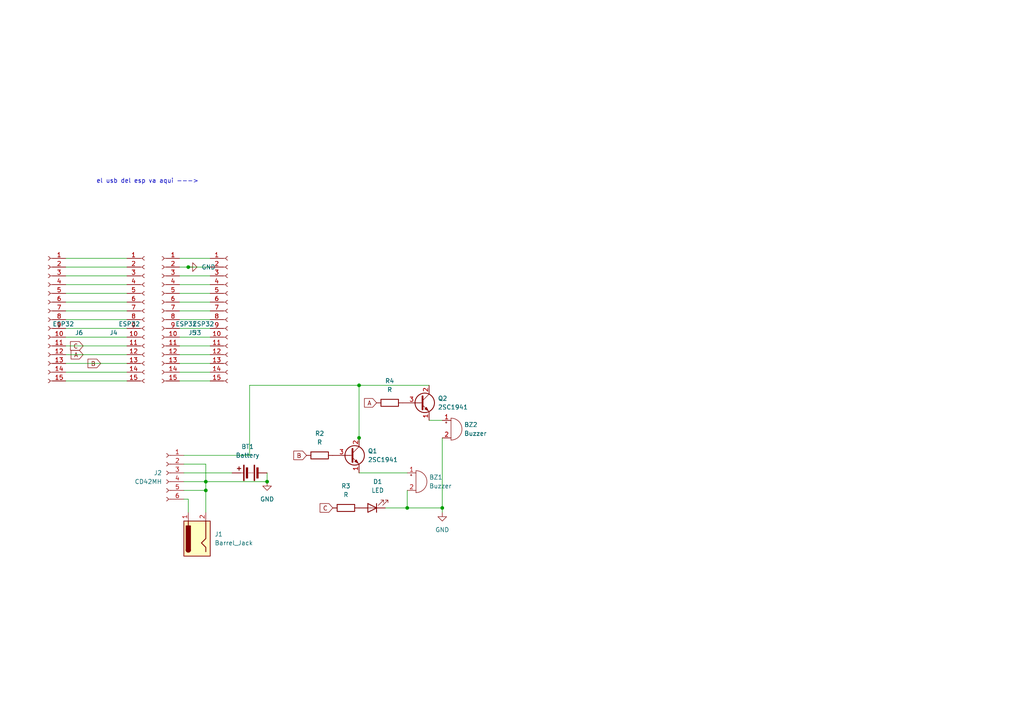
<source format=kicad_sch>
(kicad_sch (version 20230121) (generator eeschema)

  (uuid 167d671e-3488-4202-8acb-7fcc2407a7f8)

  (paper "A4")

  (lib_symbols
    (symbol "Connector:Barrel_Jack" (pin_names (offset 1.016)) (in_bom yes) (on_board yes)
      (property "Reference" "J" (at 0 5.334 0)
        (effects (font (size 1.27 1.27)))
      )
      (property "Value" "Barrel_Jack" (at 0 -5.08 0)
        (effects (font (size 1.27 1.27)))
      )
      (property "Footprint" "" (at 1.27 -1.016 0)
        (effects (font (size 1.27 1.27)) hide)
      )
      (property "Datasheet" "~" (at 1.27 -1.016 0)
        (effects (font (size 1.27 1.27)) hide)
      )
      (property "ki_keywords" "DC power barrel jack connector" (at 0 0 0)
        (effects (font (size 1.27 1.27)) hide)
      )
      (property "ki_description" "DC Barrel Jack" (at 0 0 0)
        (effects (font (size 1.27 1.27)) hide)
      )
      (property "ki_fp_filters" "BarrelJack*" (at 0 0 0)
        (effects (font (size 1.27 1.27)) hide)
      )
      (symbol "Barrel_Jack_0_1"
        (rectangle (start -5.08 3.81) (end 5.08 -3.81)
          (stroke (width 0.254) (type default))
          (fill (type background))
        )
        (arc (start -3.302 3.175) (mid -3.9343 2.54) (end -3.302 1.905)
          (stroke (width 0.254) (type default))
          (fill (type none))
        )
        (arc (start -3.302 3.175) (mid -3.9343 2.54) (end -3.302 1.905)
          (stroke (width 0.254) (type default))
          (fill (type outline))
        )
        (polyline
          (pts
            (xy 5.08 2.54)
            (xy 3.81 2.54)
          )
          (stroke (width 0.254) (type default))
          (fill (type none))
        )
        (polyline
          (pts
            (xy -3.81 -2.54)
            (xy -2.54 -2.54)
            (xy -1.27 -1.27)
            (xy 0 -2.54)
            (xy 2.54 -2.54)
            (xy 5.08 -2.54)
          )
          (stroke (width 0.254) (type default))
          (fill (type none))
        )
        (rectangle (start 3.683 3.175) (end -3.302 1.905)
          (stroke (width 0.254) (type default))
          (fill (type outline))
        )
      )
      (symbol "Barrel_Jack_1_1"
        (pin passive line (at 7.62 2.54 180) (length 2.54)
          (name "~" (effects (font (size 1.27 1.27))))
          (number "1" (effects (font (size 1.27 1.27))))
        )
        (pin passive line (at 7.62 -2.54 180) (length 2.54)
          (name "~" (effects (font (size 1.27 1.27))))
          (number "2" (effects (font (size 1.27 1.27))))
        )
      )
    )
    (symbol "Connector:Conn_01x06_Socket" (pin_names (offset 1.016) hide) (in_bom yes) (on_board yes)
      (property "Reference" "J" (at 0 7.62 0)
        (effects (font (size 1.27 1.27)))
      )
      (property "Value" "Conn_01x06_Socket" (at 0 -10.16 0)
        (effects (font (size 1.27 1.27)))
      )
      (property "Footprint" "" (at 0 0 0)
        (effects (font (size 1.27 1.27)) hide)
      )
      (property "Datasheet" "~" (at 0 0 0)
        (effects (font (size 1.27 1.27)) hide)
      )
      (property "ki_locked" "" (at 0 0 0)
        (effects (font (size 1.27 1.27)))
      )
      (property "ki_keywords" "connector" (at 0 0 0)
        (effects (font (size 1.27 1.27)) hide)
      )
      (property "ki_description" "Generic connector, single row, 01x06, script generated" (at 0 0 0)
        (effects (font (size 1.27 1.27)) hide)
      )
      (property "ki_fp_filters" "Connector*:*_1x??_*" (at 0 0 0)
        (effects (font (size 1.27 1.27)) hide)
      )
      (symbol "Conn_01x06_Socket_1_1"
        (arc (start 0 -7.112) (mid -0.5058 -7.62) (end 0 -8.128)
          (stroke (width 0.1524) (type default))
          (fill (type none))
        )
        (arc (start 0 -4.572) (mid -0.5058 -5.08) (end 0 -5.588)
          (stroke (width 0.1524) (type default))
          (fill (type none))
        )
        (arc (start 0 -2.032) (mid -0.5058 -2.54) (end 0 -3.048)
          (stroke (width 0.1524) (type default))
          (fill (type none))
        )
        (polyline
          (pts
            (xy -1.27 -7.62)
            (xy -0.508 -7.62)
          )
          (stroke (width 0.1524) (type default))
          (fill (type none))
        )
        (polyline
          (pts
            (xy -1.27 -5.08)
            (xy -0.508 -5.08)
          )
          (stroke (width 0.1524) (type default))
          (fill (type none))
        )
        (polyline
          (pts
            (xy -1.27 -2.54)
            (xy -0.508 -2.54)
          )
          (stroke (width 0.1524) (type default))
          (fill (type none))
        )
        (polyline
          (pts
            (xy -1.27 0)
            (xy -0.508 0)
          )
          (stroke (width 0.1524) (type default))
          (fill (type none))
        )
        (polyline
          (pts
            (xy -1.27 2.54)
            (xy -0.508 2.54)
          )
          (stroke (width 0.1524) (type default))
          (fill (type none))
        )
        (polyline
          (pts
            (xy -1.27 5.08)
            (xy -0.508 5.08)
          )
          (stroke (width 0.1524) (type default))
          (fill (type none))
        )
        (arc (start 0 0.508) (mid -0.5058 0) (end 0 -0.508)
          (stroke (width 0.1524) (type default))
          (fill (type none))
        )
        (arc (start 0 3.048) (mid -0.5058 2.54) (end 0 2.032)
          (stroke (width 0.1524) (type default))
          (fill (type none))
        )
        (arc (start 0 5.588) (mid -0.5058 5.08) (end 0 4.572)
          (stroke (width 0.1524) (type default))
          (fill (type none))
        )
        (pin passive line (at -5.08 5.08 0) (length 3.81)
          (name "Pin_1" (effects (font (size 1.27 1.27))))
          (number "1" (effects (font (size 1.27 1.27))))
        )
        (pin passive line (at -5.08 2.54 0) (length 3.81)
          (name "Pin_2" (effects (font (size 1.27 1.27))))
          (number "2" (effects (font (size 1.27 1.27))))
        )
        (pin passive line (at -5.08 0 0) (length 3.81)
          (name "Pin_3" (effects (font (size 1.27 1.27))))
          (number "3" (effects (font (size 1.27 1.27))))
        )
        (pin passive line (at -5.08 -2.54 0) (length 3.81)
          (name "Pin_4" (effects (font (size 1.27 1.27))))
          (number "4" (effects (font (size 1.27 1.27))))
        )
        (pin passive line (at -5.08 -5.08 0) (length 3.81)
          (name "Pin_5" (effects (font (size 1.27 1.27))))
          (number "5" (effects (font (size 1.27 1.27))))
        )
        (pin passive line (at -5.08 -7.62 0) (length 3.81)
          (name "Pin_6" (effects (font (size 1.27 1.27))))
          (number "6" (effects (font (size 1.27 1.27))))
        )
      )
    )
    (symbol "Connector:Conn_01x15_Socket" (pin_names (offset 1.016) hide) (in_bom yes) (on_board yes)
      (property "Reference" "J" (at 0 20.32 0)
        (effects (font (size 1.27 1.27)))
      )
      (property "Value" "Conn_01x15_Socket" (at 0 -20.32 0)
        (effects (font (size 1.27 1.27)))
      )
      (property "Footprint" "" (at 0 0 0)
        (effects (font (size 1.27 1.27)) hide)
      )
      (property "Datasheet" "~" (at 0 0 0)
        (effects (font (size 1.27 1.27)) hide)
      )
      (property "ki_locked" "" (at 0 0 0)
        (effects (font (size 1.27 1.27)))
      )
      (property "ki_keywords" "connector" (at 0 0 0)
        (effects (font (size 1.27 1.27)) hide)
      )
      (property "ki_description" "Generic connector, single row, 01x15, script generated" (at 0 0 0)
        (effects (font (size 1.27 1.27)) hide)
      )
      (property "ki_fp_filters" "Connector*:*_1x??_*" (at 0 0 0)
        (effects (font (size 1.27 1.27)) hide)
      )
      (symbol "Conn_01x15_Socket_1_1"
        (arc (start 0 -17.272) (mid -0.5058 -17.78) (end 0 -18.288)
          (stroke (width 0.1524) (type default))
          (fill (type none))
        )
        (arc (start 0 -14.732) (mid -0.5058 -15.24) (end 0 -15.748)
          (stroke (width 0.1524) (type default))
          (fill (type none))
        )
        (arc (start 0 -12.192) (mid -0.5058 -12.7) (end 0 -13.208)
          (stroke (width 0.1524) (type default))
          (fill (type none))
        )
        (arc (start 0 -9.652) (mid -0.5058 -10.16) (end 0 -10.668)
          (stroke (width 0.1524) (type default))
          (fill (type none))
        )
        (arc (start 0 -7.112) (mid -0.5058 -7.62) (end 0 -8.128)
          (stroke (width 0.1524) (type default))
          (fill (type none))
        )
        (arc (start 0 -4.572) (mid -0.5058 -5.08) (end 0 -5.588)
          (stroke (width 0.1524) (type default))
          (fill (type none))
        )
        (arc (start 0 -2.032) (mid -0.5058 -2.54) (end 0 -3.048)
          (stroke (width 0.1524) (type default))
          (fill (type none))
        )
        (polyline
          (pts
            (xy -1.27 -17.78)
            (xy -0.508 -17.78)
          )
          (stroke (width 0.1524) (type default))
          (fill (type none))
        )
        (polyline
          (pts
            (xy -1.27 -15.24)
            (xy -0.508 -15.24)
          )
          (stroke (width 0.1524) (type default))
          (fill (type none))
        )
        (polyline
          (pts
            (xy -1.27 -12.7)
            (xy -0.508 -12.7)
          )
          (stroke (width 0.1524) (type default))
          (fill (type none))
        )
        (polyline
          (pts
            (xy -1.27 -10.16)
            (xy -0.508 -10.16)
          )
          (stroke (width 0.1524) (type default))
          (fill (type none))
        )
        (polyline
          (pts
            (xy -1.27 -7.62)
            (xy -0.508 -7.62)
          )
          (stroke (width 0.1524) (type default))
          (fill (type none))
        )
        (polyline
          (pts
            (xy -1.27 -5.08)
            (xy -0.508 -5.08)
          )
          (stroke (width 0.1524) (type default))
          (fill (type none))
        )
        (polyline
          (pts
            (xy -1.27 -2.54)
            (xy -0.508 -2.54)
          )
          (stroke (width 0.1524) (type default))
          (fill (type none))
        )
        (polyline
          (pts
            (xy -1.27 0)
            (xy -0.508 0)
          )
          (stroke (width 0.1524) (type default))
          (fill (type none))
        )
        (polyline
          (pts
            (xy -1.27 2.54)
            (xy -0.508 2.54)
          )
          (stroke (width 0.1524) (type default))
          (fill (type none))
        )
        (polyline
          (pts
            (xy -1.27 5.08)
            (xy -0.508 5.08)
          )
          (stroke (width 0.1524) (type default))
          (fill (type none))
        )
        (polyline
          (pts
            (xy -1.27 7.62)
            (xy -0.508 7.62)
          )
          (stroke (width 0.1524) (type default))
          (fill (type none))
        )
        (polyline
          (pts
            (xy -1.27 10.16)
            (xy -0.508 10.16)
          )
          (stroke (width 0.1524) (type default))
          (fill (type none))
        )
        (polyline
          (pts
            (xy -1.27 12.7)
            (xy -0.508 12.7)
          )
          (stroke (width 0.1524) (type default))
          (fill (type none))
        )
        (polyline
          (pts
            (xy -1.27 15.24)
            (xy -0.508 15.24)
          )
          (stroke (width 0.1524) (type default))
          (fill (type none))
        )
        (polyline
          (pts
            (xy -1.27 17.78)
            (xy -0.508 17.78)
          )
          (stroke (width 0.1524) (type default))
          (fill (type none))
        )
        (arc (start 0 0.508) (mid -0.5058 0) (end 0 -0.508)
          (stroke (width 0.1524) (type default))
          (fill (type none))
        )
        (arc (start 0 3.048) (mid -0.5058 2.54) (end 0 2.032)
          (stroke (width 0.1524) (type default))
          (fill (type none))
        )
        (arc (start 0 5.588) (mid -0.5058 5.08) (end 0 4.572)
          (stroke (width 0.1524) (type default))
          (fill (type none))
        )
        (arc (start 0 8.128) (mid -0.5058 7.62) (end 0 7.112)
          (stroke (width 0.1524) (type default))
          (fill (type none))
        )
        (arc (start 0 10.668) (mid -0.5058 10.16) (end 0 9.652)
          (stroke (width 0.1524) (type default))
          (fill (type none))
        )
        (arc (start 0 13.208) (mid -0.5058 12.7) (end 0 12.192)
          (stroke (width 0.1524) (type default))
          (fill (type none))
        )
        (arc (start 0 15.748) (mid -0.5058 15.24) (end 0 14.732)
          (stroke (width 0.1524) (type default))
          (fill (type none))
        )
        (arc (start 0 18.288) (mid -0.5058 17.78) (end 0 17.272)
          (stroke (width 0.1524) (type default))
          (fill (type none))
        )
        (pin passive line (at -5.08 17.78 0) (length 3.81)
          (name "Pin_1" (effects (font (size 1.27 1.27))))
          (number "1" (effects (font (size 1.27 1.27))))
        )
        (pin passive line (at -5.08 -5.08 0) (length 3.81)
          (name "Pin_10" (effects (font (size 1.27 1.27))))
          (number "10" (effects (font (size 1.27 1.27))))
        )
        (pin passive line (at -5.08 -7.62 0) (length 3.81)
          (name "Pin_11" (effects (font (size 1.27 1.27))))
          (number "11" (effects (font (size 1.27 1.27))))
        )
        (pin passive line (at -5.08 -10.16 0) (length 3.81)
          (name "Pin_12" (effects (font (size 1.27 1.27))))
          (number "12" (effects (font (size 1.27 1.27))))
        )
        (pin passive line (at -5.08 -12.7 0) (length 3.81)
          (name "Pin_13" (effects (font (size 1.27 1.27))))
          (number "13" (effects (font (size 1.27 1.27))))
        )
        (pin passive line (at -5.08 -15.24 0) (length 3.81)
          (name "Pin_14" (effects (font (size 1.27 1.27))))
          (number "14" (effects (font (size 1.27 1.27))))
        )
        (pin passive line (at -5.08 -17.78 0) (length 3.81)
          (name "Pin_15" (effects (font (size 1.27 1.27))))
          (number "15" (effects (font (size 1.27 1.27))))
        )
        (pin passive line (at -5.08 15.24 0) (length 3.81)
          (name "Pin_2" (effects (font (size 1.27 1.27))))
          (number "2" (effects (font (size 1.27 1.27))))
        )
        (pin passive line (at -5.08 12.7 0) (length 3.81)
          (name "Pin_3" (effects (font (size 1.27 1.27))))
          (number "3" (effects (font (size 1.27 1.27))))
        )
        (pin passive line (at -5.08 10.16 0) (length 3.81)
          (name "Pin_4" (effects (font (size 1.27 1.27))))
          (number "4" (effects (font (size 1.27 1.27))))
        )
        (pin passive line (at -5.08 7.62 0) (length 3.81)
          (name "Pin_5" (effects (font (size 1.27 1.27))))
          (number "5" (effects (font (size 1.27 1.27))))
        )
        (pin passive line (at -5.08 5.08 0) (length 3.81)
          (name "Pin_6" (effects (font (size 1.27 1.27))))
          (number "6" (effects (font (size 1.27 1.27))))
        )
        (pin passive line (at -5.08 2.54 0) (length 3.81)
          (name "Pin_7" (effects (font (size 1.27 1.27))))
          (number "7" (effects (font (size 1.27 1.27))))
        )
        (pin passive line (at -5.08 0 0) (length 3.81)
          (name "Pin_8" (effects (font (size 1.27 1.27))))
          (number "8" (effects (font (size 1.27 1.27))))
        )
        (pin passive line (at -5.08 -2.54 0) (length 3.81)
          (name "Pin_9" (effects (font (size 1.27 1.27))))
          (number "9" (effects (font (size 1.27 1.27))))
        )
      )
    )
    (symbol "Device:Battery" (pin_numbers hide) (pin_names (offset 0) hide) (in_bom yes) (on_board yes)
      (property "Reference" "BT" (at 2.54 2.54 0)
        (effects (font (size 1.27 1.27)) (justify left))
      )
      (property "Value" "Battery" (at 2.54 0 0)
        (effects (font (size 1.27 1.27)) (justify left))
      )
      (property "Footprint" "" (at 0 1.524 90)
        (effects (font (size 1.27 1.27)) hide)
      )
      (property "Datasheet" "~" (at 0 1.524 90)
        (effects (font (size 1.27 1.27)) hide)
      )
      (property "ki_keywords" "batt voltage-source cell" (at 0 0 0)
        (effects (font (size 1.27 1.27)) hide)
      )
      (property "ki_description" "Multiple-cell battery" (at 0 0 0)
        (effects (font (size 1.27 1.27)) hide)
      )
      (symbol "Battery_0_1"
        (rectangle (start -2.286 -1.27) (end 2.286 -1.524)
          (stroke (width 0) (type default))
          (fill (type outline))
        )
        (rectangle (start -2.286 1.778) (end 2.286 1.524)
          (stroke (width 0) (type default))
          (fill (type outline))
        )
        (rectangle (start -1.524 -2.032) (end 1.524 -2.54)
          (stroke (width 0) (type default))
          (fill (type outline))
        )
        (rectangle (start -1.524 1.016) (end 1.524 0.508)
          (stroke (width 0) (type default))
          (fill (type outline))
        )
        (polyline
          (pts
            (xy 0 -1.016)
            (xy 0 -0.762)
          )
          (stroke (width 0) (type default))
          (fill (type none))
        )
        (polyline
          (pts
            (xy 0 -0.508)
            (xy 0 -0.254)
          )
          (stroke (width 0) (type default))
          (fill (type none))
        )
        (polyline
          (pts
            (xy 0 0)
            (xy 0 0.254)
          )
          (stroke (width 0) (type default))
          (fill (type none))
        )
        (polyline
          (pts
            (xy 0 1.778)
            (xy 0 2.54)
          )
          (stroke (width 0) (type default))
          (fill (type none))
        )
        (polyline
          (pts
            (xy 0.762 3.048)
            (xy 1.778 3.048)
          )
          (stroke (width 0.254) (type default))
          (fill (type none))
        )
        (polyline
          (pts
            (xy 1.27 3.556)
            (xy 1.27 2.54)
          )
          (stroke (width 0.254) (type default))
          (fill (type none))
        )
      )
      (symbol "Battery_1_1"
        (pin passive line (at 0 5.08 270) (length 2.54)
          (name "+" (effects (font (size 1.27 1.27))))
          (number "1" (effects (font (size 1.27 1.27))))
        )
        (pin passive line (at 0 -5.08 90) (length 2.54)
          (name "-" (effects (font (size 1.27 1.27))))
          (number "2" (effects (font (size 1.27 1.27))))
        )
      )
    )
    (symbol "Device:Buzzer" (pin_names (offset 0.0254) hide) (in_bom yes) (on_board yes)
      (property "Reference" "BZ" (at 3.81 1.27 0)
        (effects (font (size 1.27 1.27)) (justify left))
      )
      (property "Value" "Buzzer" (at 3.81 -1.27 0)
        (effects (font (size 1.27 1.27)) (justify left))
      )
      (property "Footprint" "" (at -0.635 2.54 90)
        (effects (font (size 1.27 1.27)) hide)
      )
      (property "Datasheet" "~" (at -0.635 2.54 90)
        (effects (font (size 1.27 1.27)) hide)
      )
      (property "ki_keywords" "quartz resonator ceramic" (at 0 0 0)
        (effects (font (size 1.27 1.27)) hide)
      )
      (property "ki_description" "Buzzer, polarized" (at 0 0 0)
        (effects (font (size 1.27 1.27)) hide)
      )
      (property "ki_fp_filters" "*Buzzer*" (at 0 0 0)
        (effects (font (size 1.27 1.27)) hide)
      )
      (symbol "Buzzer_0_1"
        (arc (start 0 -3.175) (mid 3.1612 0) (end 0 3.175)
          (stroke (width 0) (type default))
          (fill (type none))
        )
        (polyline
          (pts
            (xy -1.651 1.905)
            (xy -1.143 1.905)
          )
          (stroke (width 0) (type default))
          (fill (type none))
        )
        (polyline
          (pts
            (xy -1.397 2.159)
            (xy -1.397 1.651)
          )
          (stroke (width 0) (type default))
          (fill (type none))
        )
        (polyline
          (pts
            (xy 0 3.175)
            (xy 0 -3.175)
          )
          (stroke (width 0) (type default))
          (fill (type none))
        )
      )
      (symbol "Buzzer_1_1"
        (pin passive line (at -2.54 2.54 0) (length 2.54)
          (name "-" (effects (font (size 1.27 1.27))))
          (number "1" (effects (font (size 1.27 1.27))))
        )
        (pin passive line (at -2.54 -2.54 0) (length 2.54)
          (name "+" (effects (font (size 1.27 1.27))))
          (number "2" (effects (font (size 1.27 1.27))))
        )
      )
    )
    (symbol "Device:LED" (pin_numbers hide) (pin_names (offset 1.016) hide) (in_bom yes) (on_board yes)
      (property "Reference" "D" (at 0 2.54 0)
        (effects (font (size 1.27 1.27)))
      )
      (property "Value" "LED" (at 0 -2.54 0)
        (effects (font (size 1.27 1.27)))
      )
      (property "Footprint" "" (at 0 0 0)
        (effects (font (size 1.27 1.27)) hide)
      )
      (property "Datasheet" "~" (at 0 0 0)
        (effects (font (size 1.27 1.27)) hide)
      )
      (property "ki_keywords" "LED diode" (at 0 0 0)
        (effects (font (size 1.27 1.27)) hide)
      )
      (property "ki_description" "Light emitting diode" (at 0 0 0)
        (effects (font (size 1.27 1.27)) hide)
      )
      (property "ki_fp_filters" "LED* LED_SMD:* LED_THT:*" (at 0 0 0)
        (effects (font (size 1.27 1.27)) hide)
      )
      (symbol "LED_0_1"
        (polyline
          (pts
            (xy -1.27 -1.27)
            (xy -1.27 1.27)
          )
          (stroke (width 0.254) (type default))
          (fill (type none))
        )
        (polyline
          (pts
            (xy -1.27 0)
            (xy 1.27 0)
          )
          (stroke (width 0) (type default))
          (fill (type none))
        )
        (polyline
          (pts
            (xy 1.27 -1.27)
            (xy 1.27 1.27)
            (xy -1.27 0)
            (xy 1.27 -1.27)
          )
          (stroke (width 0.254) (type default))
          (fill (type none))
        )
        (polyline
          (pts
            (xy -3.048 -0.762)
            (xy -4.572 -2.286)
            (xy -3.81 -2.286)
            (xy -4.572 -2.286)
            (xy -4.572 -1.524)
          )
          (stroke (width 0) (type default))
          (fill (type none))
        )
        (polyline
          (pts
            (xy -1.778 -0.762)
            (xy -3.302 -2.286)
            (xy -2.54 -2.286)
            (xy -3.302 -2.286)
            (xy -3.302 -1.524)
          )
          (stroke (width 0) (type default))
          (fill (type none))
        )
      )
      (symbol "LED_1_1"
        (pin passive line (at -3.81 0 0) (length 2.54)
          (name "K" (effects (font (size 1.27 1.27))))
          (number "1" (effects (font (size 1.27 1.27))))
        )
        (pin passive line (at 3.81 0 180) (length 2.54)
          (name "A" (effects (font (size 1.27 1.27))))
          (number "2" (effects (font (size 1.27 1.27))))
        )
      )
    )
    (symbol "Device:R" (pin_numbers hide) (pin_names (offset 0)) (in_bom yes) (on_board yes)
      (property "Reference" "R" (at 2.032 0 90)
        (effects (font (size 1.27 1.27)))
      )
      (property "Value" "R" (at 0 0 90)
        (effects (font (size 1.27 1.27)))
      )
      (property "Footprint" "" (at -1.778 0 90)
        (effects (font (size 1.27 1.27)) hide)
      )
      (property "Datasheet" "~" (at 0 0 0)
        (effects (font (size 1.27 1.27)) hide)
      )
      (property "ki_keywords" "R res resistor" (at 0 0 0)
        (effects (font (size 1.27 1.27)) hide)
      )
      (property "ki_description" "Resistor" (at 0 0 0)
        (effects (font (size 1.27 1.27)) hide)
      )
      (property "ki_fp_filters" "R_*" (at 0 0 0)
        (effects (font (size 1.27 1.27)) hide)
      )
      (symbol "R_0_1"
        (rectangle (start -1.016 -2.54) (end 1.016 2.54)
          (stroke (width 0.254) (type default))
          (fill (type none))
        )
      )
      (symbol "R_1_1"
        (pin passive line (at 0 3.81 270) (length 1.27)
          (name "~" (effects (font (size 1.27 1.27))))
          (number "1" (effects (font (size 1.27 1.27))))
        )
        (pin passive line (at 0 -3.81 90) (length 1.27)
          (name "~" (effects (font (size 1.27 1.27))))
          (number "2" (effects (font (size 1.27 1.27))))
        )
      )
    )
    (symbol "Transistor_BJT:2SC1941" (pin_names (offset 0) hide) (in_bom yes) (on_board yes)
      (property "Reference" "Q" (at 5.08 1.905 0)
        (effects (font (size 1.27 1.27)) (justify left))
      )
      (property "Value" "2SC1941" (at 5.08 0 0)
        (effects (font (size 1.27 1.27)) (justify left))
      )
      (property "Footprint" "Package_TO_SOT_THT:TO-92_Inline" (at 5.08 -1.905 0)
        (effects (font (size 1.27 1.27) italic) (justify left) hide)
      )
      (property "Datasheet" "http://rtellason.com/transdata/2sc1941.pdf" (at 0 0 0)
        (effects (font (size 1.27 1.27)) (justify left) hide)
      )
      (property "ki_keywords" "Audio High Voltage NPN Transistor" (at 0 0 0)
        (effects (font (size 1.27 1.27)) hide)
      )
      (property "ki_description" "50mA Ic, 160V Vce, Audio High Voltage NPN Transistor, TO-92" (at 0 0 0)
        (effects (font (size 1.27 1.27)) hide)
      )
      (property "ki_fp_filters" "TO?92*" (at 0 0 0)
        (effects (font (size 1.27 1.27)) hide)
      )
      (symbol "2SC1941_0_1"
        (polyline
          (pts
            (xy 0 0)
            (xy 0.635 0)
          )
          (stroke (width 0) (type default))
          (fill (type none))
        )
        (polyline
          (pts
            (xy 0.635 0.635)
            (xy 2.54 2.54)
          )
          (stroke (width 0) (type default))
          (fill (type none))
        )
        (polyline
          (pts
            (xy 0.635 -0.635)
            (xy 2.54 -2.54)
            (xy 2.54 -2.54)
          )
          (stroke (width 0) (type default))
          (fill (type none))
        )
        (polyline
          (pts
            (xy 0.635 1.905)
            (xy 0.635 -1.905)
            (xy 0.635 -1.905)
          )
          (stroke (width 0.508) (type default))
          (fill (type none))
        )
        (polyline
          (pts
            (xy 1.27 -1.778)
            (xy 1.778 -1.27)
            (xy 2.286 -2.286)
            (xy 1.27 -1.778)
            (xy 1.27 -1.778)
          )
          (stroke (width 0) (type default))
          (fill (type outline))
        )
        (circle (center 1.27 0) (radius 2.8194)
          (stroke (width 0.254) (type default))
          (fill (type none))
        )
      )
      (symbol "2SC1941_1_1"
        (pin passive line (at 2.54 -5.08 90) (length 2.54)
          (name "E" (effects (font (size 1.27 1.27))))
          (number "1" (effects (font (size 1.27 1.27))))
        )
        (pin passive line (at 2.54 5.08 270) (length 2.54)
          (name "C" (effects (font (size 1.27 1.27))))
          (number "2" (effects (font (size 1.27 1.27))))
        )
        (pin input line (at -5.08 0 0) (length 5.08)
          (name "B" (effects (font (size 1.27 1.27))))
          (number "3" (effects (font (size 1.27 1.27))))
        )
      )
    )
    (symbol "power:GND" (power) (pin_names (offset 0)) (in_bom yes) (on_board yes)
      (property "Reference" "#PWR" (at 0 -6.35 0)
        (effects (font (size 1.27 1.27)) hide)
      )
      (property "Value" "GND" (at 0 -3.81 0)
        (effects (font (size 1.27 1.27)))
      )
      (property "Footprint" "" (at 0 0 0)
        (effects (font (size 1.27 1.27)) hide)
      )
      (property "Datasheet" "" (at 0 0 0)
        (effects (font (size 1.27 1.27)) hide)
      )
      (property "ki_keywords" "global power" (at 0 0 0)
        (effects (font (size 1.27 1.27)) hide)
      )
      (property "ki_description" "Power symbol creates a global label with name \"GND\" , ground" (at 0 0 0)
        (effects (font (size 1.27 1.27)) hide)
      )
      (symbol "GND_0_1"
        (polyline
          (pts
            (xy 0 0)
            (xy 0 -1.27)
            (xy 1.27 -1.27)
            (xy 0 -2.54)
            (xy -1.27 -1.27)
            (xy 0 -1.27)
          )
          (stroke (width 0) (type default))
          (fill (type none))
        )
      )
      (symbol "GND_1_1"
        (pin power_in line (at 0 0 270) (length 0) hide
          (name "GND" (effects (font (size 1.27 1.27))))
          (number "1" (effects (font (size 1.27 1.27))))
        )
      )
    )
  )

  (junction (at 77.47 139.7) (diameter 0) (color 0 0 0 0)
    (uuid 0328d01e-1c08-4ee7-a726-cc928cd73e67)
  )
  (junction (at 128.27 147.32) (diameter 0) (color 0 0 0 0)
    (uuid 0f8ded1c-3398-4cc9-9a53-85e11d68e69f)
  )
  (junction (at 104.14 127) (diameter 0) (color 0 0 0 0)
    (uuid 29deeffa-dbd4-492f-a1ca-598854d67a3b)
  )
  (junction (at 118.11 147.32) (diameter 0) (color 0 0 0 0)
    (uuid 511d74c4-553f-42ba-9f8a-d3104ecda6d7)
  )
  (junction (at 104.14 111.76) (diameter 0) (color 0 0 0 0)
    (uuid 6f576550-8d38-41af-b1eb-ba378baa35e1)
  )
  (junction (at 59.69 139.7) (diameter 0) (color 0 0 0 0)
    (uuid bc2dc832-9484-4947-933f-4e3d4e792859)
  )
  (junction (at 59.69 142.24) (diameter 0) (color 0 0 0 0)
    (uuid e78ae0f0-4cc5-4360-9e00-51daf7f19b31)
  )
  (junction (at 54.61 77.47) (diameter 0) (color 0 0 0 0)
    (uuid ee857615-6cd7-4b6b-ba56-9fe38aec144a)
  )

  (wire (pts (xy 19.05 105.41) (xy 36.83 105.41))
    (stroke (width 0) (type default))
    (uuid 075cd2b6-4077-43f5-bd5e-65b409def0ae)
  )
  (wire (pts (xy 52.07 110.49) (xy 60.96 110.49))
    (stroke (width 0) (type default))
    (uuid 09a52fba-8beb-4249-a294-bcb0402b988a)
  )
  (wire (pts (xy 53.34 137.16) (xy 67.31 137.16))
    (stroke (width 0) (type default))
    (uuid 132ed357-ccd3-467d-a83b-c5fe7797e334)
  )
  (wire (pts (xy 54.61 148.59) (xy 54.61 144.78))
    (stroke (width 0) (type default))
    (uuid 1517d04b-e8f2-4f99-a1ea-3e6b4822094e)
  )
  (wire (pts (xy 19.05 90.17) (xy 36.83 90.17))
    (stroke (width 0) (type default))
    (uuid 168cae7f-2d4d-43ae-84e3-bc1e4ad9ec1b)
  )
  (wire (pts (xy 52.07 102.87) (xy 60.96 102.87))
    (stroke (width 0) (type default))
    (uuid 29cad905-9897-4254-95c2-09e868636997)
  )
  (wire (pts (xy 104.14 128.27) (xy 104.14 127))
    (stroke (width 0) (type default))
    (uuid 32cf3653-710d-42ae-aae0-4a6488bdb591)
  )
  (wire (pts (xy 53.34 132.08) (xy 72.39 132.08))
    (stroke (width 0) (type default))
    (uuid 341ec14a-c662-4412-b960-876444000155)
  )
  (wire (pts (xy 77.47 139.7) (xy 77.47 137.16))
    (stroke (width 0) (type default))
    (uuid 344bf00e-6271-4c6c-88f3-e0735a54cc73)
  )
  (wire (pts (xy 19.05 102.87) (xy 36.83 102.87))
    (stroke (width 0) (type default))
    (uuid 37708dcc-6718-448a-ac05-83d9119510c8)
  )
  (wire (pts (xy 52.07 74.93) (xy 60.96 74.93))
    (stroke (width 0) (type default))
    (uuid 3cf32b9e-2c65-4692-9d54-410560ff5d1b)
  )
  (wire (pts (xy 52.07 105.41) (xy 60.96 105.41))
    (stroke (width 0) (type default))
    (uuid 403e807b-0de4-4181-8127-10b9966a36b0)
  )
  (wire (pts (xy 53.34 139.7) (xy 59.69 139.7))
    (stroke (width 0) (type default))
    (uuid 43c873e6-d7b7-4255-bc55-a133f67210e0)
  )
  (wire (pts (xy 19.05 100.33) (xy 36.83 100.33))
    (stroke (width 0) (type default))
    (uuid 45805bd8-6728-4620-bb00-a6a29bb37986)
  )
  (wire (pts (xy 19.05 97.79) (xy 36.83 97.79))
    (stroke (width 0) (type default))
    (uuid 4e37280b-9902-474f-9545-3e0d830390cd)
  )
  (wire (pts (xy 59.69 134.62) (xy 59.69 139.7))
    (stroke (width 0) (type default))
    (uuid 4e92eb6d-7b4f-48e0-a41a-485f8c8e3f9a)
  )
  (wire (pts (xy 19.05 95.25) (xy 36.83 95.25))
    (stroke (width 0) (type default))
    (uuid 51dad1bb-1dad-4316-bbbb-dde1ea6200f1)
  )
  (wire (pts (xy 19.05 77.47) (xy 36.83 77.47))
    (stroke (width 0) (type default))
    (uuid 51e18654-f788-45d1-98d9-6f1905426569)
  )
  (wire (pts (xy 59.69 139.7) (xy 59.69 142.24))
    (stroke (width 0) (type default))
    (uuid 53222fde-4900-4403-9b78-9f69fd9bb71a)
  )
  (wire (pts (xy 53.34 142.24) (xy 59.69 142.24))
    (stroke (width 0) (type default))
    (uuid 5af4e87d-6aa7-46ca-95f6-2126c37a997a)
  )
  (wire (pts (xy 52.07 85.09) (xy 60.96 85.09))
    (stroke (width 0) (type default))
    (uuid 606aaeb3-16ab-4a91-a3e4-0b3fd1b9622a)
  )
  (wire (pts (xy 52.07 100.33) (xy 60.96 100.33))
    (stroke (width 0) (type default))
    (uuid 6245307b-346b-4e14-b4ec-69268e3eef1d)
  )
  (wire (pts (xy 19.05 80.01) (xy 36.83 80.01))
    (stroke (width 0) (type default))
    (uuid 6d2f8b74-4b2d-4430-a848-aa554f5280ef)
  )
  (wire (pts (xy 52.07 95.25) (xy 60.96 95.25))
    (stroke (width 0) (type default))
    (uuid 6da1784e-f6ff-4ba5-aa00-912dbc047888)
  )
  (wire (pts (xy 128.27 127) (xy 128.27 147.32))
    (stroke (width 0) (type default))
    (uuid 729ebe6b-ca7a-40dc-b3a1-72fda63b12ab)
  )
  (wire (pts (xy 19.05 85.09) (xy 36.83 85.09))
    (stroke (width 0) (type default))
    (uuid 72f29277-491e-42eb-a48e-fc4d44dab743)
  )
  (wire (pts (xy 118.11 142.24) (xy 118.11 147.32))
    (stroke (width 0) (type default))
    (uuid 74b24340-823b-452a-bcd0-8f56cca1d400)
  )
  (wire (pts (xy 72.39 111.76) (xy 72.39 132.08))
    (stroke (width 0) (type default))
    (uuid 77f6012f-d966-4531-9c55-e9e57c052b3e)
  )
  (wire (pts (xy 52.07 90.17) (xy 60.96 90.17))
    (stroke (width 0) (type default))
    (uuid 82d1a3f2-439e-4a9e-95a9-6e4acc8f387c)
  )
  (wire (pts (xy 104.14 137.16) (xy 118.11 137.16))
    (stroke (width 0) (type default))
    (uuid 84fdd4c6-e24f-470e-9b2a-b05310f9f5a3)
  )
  (wire (pts (xy 52.07 77.47) (xy 54.61 77.47))
    (stroke (width 0) (type default))
    (uuid 88147b58-b178-4113-922f-1af15cfc2213)
  )
  (wire (pts (xy 19.05 107.95) (xy 36.83 107.95))
    (stroke (width 0) (type default))
    (uuid 8933a86d-7de1-4ae6-8ea6-9c9cf0c31ef4)
  )
  (wire (pts (xy 54.61 77.47) (xy 60.96 77.47))
    (stroke (width 0) (type default))
    (uuid 8e12bd8b-66e2-47c7-a2a8-e2d4dad99d47)
  )
  (wire (pts (xy 52.07 80.01) (xy 60.96 80.01))
    (stroke (width 0) (type default))
    (uuid 936b9ce2-9a71-4732-ba82-b361a813bebf)
  )
  (wire (pts (xy 104.14 111.76) (xy 124.46 111.76))
    (stroke (width 0) (type default))
    (uuid 9fb22a93-fd09-41af-8378-4a5bd151ccea)
  )
  (wire (pts (xy 19.05 110.49) (xy 36.83 110.49))
    (stroke (width 0) (type default))
    (uuid a12208aa-a69f-43c0-89fe-89fba6357b03)
  )
  (wire (pts (xy 52.07 82.55) (xy 60.96 82.55))
    (stroke (width 0) (type default))
    (uuid adb755ad-753f-481e-a25c-0aa81c1c6bcc)
  )
  (wire (pts (xy 59.69 142.24) (xy 59.69 148.59))
    (stroke (width 0) (type default))
    (uuid af821e2f-f7a3-47fe-bc39-1e0e5ad3c317)
  )
  (wire (pts (xy 59.69 139.7) (xy 77.47 139.7))
    (stroke (width 0) (type default))
    (uuid b90399c0-e60e-404b-bbb7-c6b86eff7071)
  )
  (wire (pts (xy 72.39 111.76) (xy 104.14 111.76))
    (stroke (width 0) (type default))
    (uuid bb8cc026-aa2e-41c8-9243-4137993b9427)
  )
  (wire (pts (xy 19.05 74.93) (xy 36.83 74.93))
    (stroke (width 0) (type default))
    (uuid bbb68e0a-6a70-4712-91fb-05b9755b3860)
  )
  (wire (pts (xy 104.14 111.76) (xy 104.14 127))
    (stroke (width 0) (type default))
    (uuid bbe5e74f-5327-424b-bdd4-3acbea196c15)
  )
  (wire (pts (xy 124.46 121.92) (xy 128.27 121.92))
    (stroke (width 0) (type default))
    (uuid cac845a4-a317-48c8-944a-e44764381994)
  )
  (wire (pts (xy 19.05 87.63) (xy 36.83 87.63))
    (stroke (width 0) (type default))
    (uuid cb45e187-2b20-437a-99b3-8c897a96d2f3)
  )
  (wire (pts (xy 53.34 144.78) (xy 54.61 144.78))
    (stroke (width 0) (type default))
    (uuid cd59f8e7-cc6f-4734-8c1c-d152055ca5b9)
  )
  (wire (pts (xy 52.07 107.95) (xy 60.96 107.95))
    (stroke (width 0) (type default))
    (uuid d4309fec-a6de-431f-a031-1d4af3c9b30a)
  )
  (wire (pts (xy 111.76 147.32) (xy 118.11 147.32))
    (stroke (width 0) (type default))
    (uuid d82bf4bd-7fc2-48a6-be95-17de9b23eed9)
  )
  (wire (pts (xy 52.07 97.79) (xy 60.96 97.79))
    (stroke (width 0) (type default))
    (uuid dad69929-0371-4f40-89a0-a68169b86f16)
  )
  (wire (pts (xy 52.07 92.71) (xy 60.96 92.71))
    (stroke (width 0) (type default))
    (uuid db893c67-c76b-458c-a19f-8c9efd453d41)
  )
  (wire (pts (xy 52.07 87.63) (xy 60.96 87.63))
    (stroke (width 0) (type default))
    (uuid dc0dee3e-340e-47aa-835f-0290b48b8eb6)
  )
  (wire (pts (xy 128.27 147.32) (xy 128.27 148.59))
    (stroke (width 0) (type default))
    (uuid e1796861-46ac-4934-8e64-f17c9dd75df4)
  )
  (wire (pts (xy 19.05 92.71) (xy 36.83 92.71))
    (stroke (width 0) (type default))
    (uuid f13d7ad7-2e96-4efa-8d0c-e71f7b1c5276)
  )
  (wire (pts (xy 19.05 82.55) (xy 36.83 82.55))
    (stroke (width 0) (type default))
    (uuid f2b22870-2e50-4e6e-8283-ae93ad085695)
  )
  (wire (pts (xy 53.34 134.62) (xy 59.69 134.62))
    (stroke (width 0) (type default))
    (uuid f6f0d01b-7776-4286-b2ec-75595d227d17)
  )
  (wire (pts (xy 118.11 147.32) (xy 128.27 147.32))
    (stroke (width 0) (type default))
    (uuid ffe15c37-8b2c-466c-9477-dc738d613981)
  )

  (text "el usb del esp va aqui --->" (at 27.94 53.34 0)
    (effects (font (size 1.27 1.27)) (justify left bottom))
    (uuid 75d3880a-55de-485e-88a1-007ca725475f)
  )

  (global_label "A" (shape input) (at 24.13 102.87 180) (fields_autoplaced)
    (effects (font (size 1.27 1.27)) (justify right))
    (uuid 0ef7f0db-5aa5-4629-ad81-49108c274f41)
    (property "Intersheetrefs" "${INTERSHEET_REFS}" (at 20.0562 102.87 0)
      (effects (font (size 1.27 1.27)) (justify right) hide)
    )
  )
  (global_label "B" (shape input) (at 88.9 132.08 180) (fields_autoplaced)
    (effects (font (size 1.27 1.27)) (justify right))
    (uuid 1d7dbc90-6c80-44e6-8d0b-f91a794dcf34)
    (property "Intersheetrefs" "${INTERSHEET_REFS}" (at 84.6448 132.08 0)
      (effects (font (size 1.27 1.27)) (justify right) hide)
    )
  )
  (global_label "A" (shape input) (at 109.22 116.84 180) (fields_autoplaced)
    (effects (font (size 1.27 1.27)) (justify right))
    (uuid 84a5e9db-2aad-40fc-a7b9-962bfaf1103a)
    (property "Intersheetrefs" "${INTERSHEET_REFS}" (at 105.1462 116.84 0)
      (effects (font (size 1.27 1.27)) (justify right) hide)
    )
  )
  (global_label "C" (shape input) (at 96.52 147.32 180) (fields_autoplaced)
    (effects (font (size 1.27 1.27)) (justify right))
    (uuid 87d28e99-df30-4d46-90dd-45c36526d934)
    (property "Intersheetrefs" "${INTERSHEET_REFS}" (at 92.2648 147.32 0)
      (effects (font (size 1.27 1.27)) (justify right) hide)
    )
  )
  (global_label "C" (shape input) (at 24.13 100.33 180) (fields_autoplaced)
    (effects (font (size 1.27 1.27)) (justify right))
    (uuid a9f999e7-0eeb-4c16-8092-d72f5a5cec86)
    (property "Intersheetrefs" "${INTERSHEET_REFS}" (at 19.8748 100.33 0)
      (effects (font (size 1.27 1.27)) (justify right) hide)
    )
  )
  (global_label "B" (shape input) (at 29.21 105.41 180) (fields_autoplaced)
    (effects (font (size 1.27 1.27)) (justify right))
    (uuid e9373c4c-5df3-4061-af4a-00ce5224d6cb)
    (property "Intersheetrefs" "${INTERSHEET_REFS}" (at 24.9548 105.41 0)
      (effects (font (size 1.27 1.27)) (justify right) hide)
    )
  )

  (symbol (lib_id "Device:Battery") (at 72.39 137.16 90) (unit 1)
    (in_bom yes) (on_board yes) (dnp no) (fields_autoplaced)
    (uuid 1219726f-3433-4d06-91ec-c8d5e5d3aacf)
    (property "Reference" "BT1" (at 71.8185 129.54 90)
      (effects (font (size 1.27 1.27)))
    )
    (property "Value" "Battery" (at 71.8185 132.08 90)
      (effects (font (size 1.27 1.27)))
    )
    (property "Footprint" "Battery:BatteryHolder_MPD_BH-18650-PC2" (at 70.866 137.16 90)
      (effects (font (size 1.27 1.27)) hide)
    )
    (property "Datasheet" "~" (at 70.866 137.16 90)
      (effects (font (size 1.27 1.27)) hide)
    )
    (pin "1" (uuid a2d749b2-1679-43e4-8c60-fd7ae60a62f3))
    (pin "2" (uuid 87a26765-c091-48c3-abcd-cf6ab016e358))
    (instances
      (project "HeyListen_Pcb_Client"
        (path "/167d671e-3488-4202-8acb-7fcc2407a7f8"
          (reference "BT1") (unit 1)
        )
      )
    )
  )

  (symbol (lib_id "Connector:Conn_01x15_Socket") (at 66.04 92.71 0) (unit 1)
    (in_bom yes) (on_board yes) (dnp no)
    (uuid 1a284fd0-4277-4ac0-b8cf-9e9f549af805)
    (property "Reference" "J5" (at 54.61 96.52 0)
      (effects (font (size 1.27 1.27)) (justify left))
    )
    (property "Value" "ESP32" (at 57.15 93.98 0)
      (effects (font (size 1.27 1.27)) (justify right))
    )
    (property "Footprint" "Connector_PinSocket_2.00mm:PinSocket_1x15_P2.00mm_Vertical" (at 66.04 92.71 0)
      (effects (font (size 1.27 1.27)) hide)
    )
    (property "Datasheet" "~" (at 66.04 92.71 0)
      (effects (font (size 1.27 1.27)) hide)
    )
    (pin "1" (uuid df6adfba-dbaf-4e3a-9e90-001845126405))
    (pin "10" (uuid b58e6075-158f-4097-887f-67df06a39dbf))
    (pin "11" (uuid fab2c152-b418-446b-9aee-898cc2b5c593))
    (pin "12" (uuid 471e2681-da2a-4373-97bb-755068441df2))
    (pin "13" (uuid 6dc225eb-d4cb-444b-a4e4-1426bc088e74))
    (pin "14" (uuid 5f7f66a1-6107-4893-a4af-de21a5bed2ee))
    (pin "15" (uuid 379a304c-e57d-4172-a6bc-a3718509fc6e))
    (pin "2" (uuid ef48326c-b3f1-40b2-b6d0-ef8d91908c44))
    (pin "3" (uuid f9944181-8286-4012-83cb-938087557ad6))
    (pin "4" (uuid 10bac919-6645-4f2a-a885-f0427f87abe9))
    (pin "5" (uuid 2f2db391-666d-4c00-a970-9d32f4e10fec))
    (pin "6" (uuid 7fedc06d-a8fa-451e-aee1-4c4207c885d2))
    (pin "7" (uuid 3f38ce58-b8ec-44ef-a0c6-cce159d720ff))
    (pin "8" (uuid a1250fa2-d07b-4f8a-98bd-75139ec1e3df))
    (pin "9" (uuid 6fa06ff8-c408-4294-abfa-b93dcf08bc63))
    (instances
      (project "HeyListen_Pcb_Client"
        (path "/167d671e-3488-4202-8acb-7fcc2407a7f8"
          (reference "J5") (unit 1)
        )
      )
    )
  )

  (symbol (lib_id "Device:R") (at 100.33 147.32 90) (unit 1)
    (in_bom yes) (on_board yes) (dnp no) (fields_autoplaced)
    (uuid 22927871-4578-4095-85aa-0ba386273f89)
    (property "Reference" "R3" (at 100.33 140.97 90)
      (effects (font (size 1.27 1.27)))
    )
    (property "Value" "R" (at 100.33 143.51 90)
      (effects (font (size 1.27 1.27)))
    )
    (property "Footprint" "Resistor_THT:R_Axial_DIN0411_L9.9mm_D3.6mm_P15.24mm_Horizontal" (at 100.33 149.098 90)
      (effects (font (size 1.27 1.27)) hide)
    )
    (property "Datasheet" "~" (at 100.33 147.32 0)
      (effects (font (size 1.27 1.27)) hide)
    )
    (pin "1" (uuid c9792e97-a223-46e4-b656-68b54f735826))
    (pin "2" (uuid c012e162-67b1-446c-9ada-de4a8fc95978))
    (instances
      (project "HeyListen_Pcb_Client"
        (path "/167d671e-3488-4202-8acb-7fcc2407a7f8"
          (reference "R3") (unit 1)
        )
      )
    )
  )

  (symbol (lib_id "Transistor_BJT:2SC1941") (at 101.6 132.08 0) (unit 1)
    (in_bom yes) (on_board yes) (dnp no) (fields_autoplaced)
    (uuid 2772b631-130d-42fe-835a-dbb2a20442f2)
    (property "Reference" "Q1" (at 106.68 130.81 0)
      (effects (font (size 1.27 1.27)) (justify left))
    )
    (property "Value" "2SC1941" (at 106.68 133.35 0)
      (effects (font (size 1.27 1.27)) (justify left))
    )
    (property "Footprint" "Package_TO_SOT_THT:TO-92_Inline" (at 106.68 133.985 0)
      (effects (font (size 1.27 1.27) italic) (justify left) hide)
    )
    (property "Datasheet" "http://rtellason.com/transdata/2sc1941.pdf" (at 101.6 132.08 0)
      (effects (font (size 1.27 1.27)) (justify left) hide)
    )
    (pin "1" (uuid e5cc4b35-5d3e-4d3c-8a6e-7aeeae2e418e))
    (pin "2" (uuid 6d84110e-2082-4709-af4f-ae578f64c623))
    (pin "3" (uuid 61ffad90-af00-490d-b94f-98cff5c2295d))
    (instances
      (project "HeyListen_Pcb_Client"
        (path "/167d671e-3488-4202-8acb-7fcc2407a7f8"
          (reference "Q1") (unit 1)
        )
      )
    )
  )

  (symbol (lib_id "Device:Buzzer") (at 130.81 124.46 0) (unit 1)
    (in_bom yes) (on_board yes) (dnp no) (fields_autoplaced)
    (uuid 3f9d34bb-e7d9-48d3-a347-a491d46d5496)
    (property "Reference" "BZ2" (at 134.62 123.19 0)
      (effects (font (size 1.27 1.27)) (justify left))
    )
    (property "Value" "Buzzer" (at 134.62 125.73 0)
      (effects (font (size 1.27 1.27)) (justify left))
    )
    (property "Footprint" "Buzzer_Beeper:MagneticBuzzer_ProSignal_ABT-410-RC" (at 130.175 121.92 90)
      (effects (font (size 1.27 1.27)) hide)
    )
    (property "Datasheet" "~" (at 130.175 121.92 90)
      (effects (font (size 1.27 1.27)) hide)
    )
    (pin "1" (uuid b251551a-59a3-42a6-af3a-9404de3913cb))
    (pin "2" (uuid 35edc900-be09-4c2b-9bfc-dc4a1fbaf1ee))
    (instances
      (project "HeyListen_Pcb_Client"
        (path "/167d671e-3488-4202-8acb-7fcc2407a7f8"
          (reference "BZ2") (unit 1)
        )
      )
    )
  )

  (symbol (lib_id "power:GND") (at 54.61 77.47 90) (unit 1)
    (in_bom yes) (on_board yes) (dnp no) (fields_autoplaced)
    (uuid 5612e957-f4c3-4292-9ba9-8380fa936024)
    (property "Reference" "#PWR03" (at 60.96 77.47 0)
      (effects (font (size 1.27 1.27)) hide)
    )
    (property "Value" "GND" (at 58.42 77.47 90)
      (effects (font (size 1.27 1.27)) (justify right))
    )
    (property "Footprint" "" (at 54.61 77.47 0)
      (effects (font (size 1.27 1.27)) hide)
    )
    (property "Datasheet" "" (at 54.61 77.47 0)
      (effects (font (size 1.27 1.27)) hide)
    )
    (pin "1" (uuid af1e1040-cc14-4bf3-82e3-eba399bf87a3))
    (instances
      (project "HeyListen_Pcb_Client"
        (path "/167d671e-3488-4202-8acb-7fcc2407a7f8"
          (reference "#PWR03") (unit 1)
        )
      )
    )
  )

  (symbol (lib_id "Connector:Conn_01x15_Socket") (at 41.91 92.71 0) (unit 1)
    (in_bom yes) (on_board yes) (dnp no)
    (uuid 5d7af495-4259-4da5-9f75-967b693d0385)
    (property "Reference" "J4" (at 31.75 96.52 0)
      (effects (font (size 1.27 1.27)) (justify left))
    )
    (property "Value" "ESP32" (at 15.24 93.98 0)
      (effects (font (size 1.27 1.27)) (justify left))
    )
    (property "Footprint" "Connector_PinSocket_2.00mm:PinSocket_1x15_P2.00mm_Vertical" (at 41.91 92.71 0)
      (effects (font (size 1.27 1.27)) hide)
    )
    (property "Datasheet" "~" (at 41.91 92.71 0)
      (effects (font (size 1.27 1.27)) hide)
    )
    (pin "1" (uuid 85fc21f0-9642-4f19-9ac2-d7bef94a2a4c))
    (pin "10" (uuid 1d615551-0083-46d1-9818-aa750b2997ba))
    (pin "11" (uuid 87d9c437-8060-43cf-848d-07257ea66b59))
    (pin "12" (uuid bf1990df-2344-43ff-8fd1-35452ba44977))
    (pin "13" (uuid fa67bf21-994c-46be-a87b-073e69a8d7fa))
    (pin "14" (uuid 4fa36620-dd12-49c2-8d23-7bc3e24c47ce))
    (pin "15" (uuid 856e2109-f009-48c0-9cf3-c2559931abb1))
    (pin "2" (uuid 1ca550de-4277-450b-a73a-8077ce624bef))
    (pin "3" (uuid 83e9c182-e475-4927-aa54-06f2f3b97ef0))
    (pin "4" (uuid ba1fc11e-7ba9-41f4-ac55-cce41a5ca8ce))
    (pin "5" (uuid 22c0062f-aaf6-4a98-8070-ef5aa53ef9d1))
    (pin "6" (uuid aa532737-0a88-4176-a30d-3cda766f0a20))
    (pin "7" (uuid bad4172e-e3b1-45a3-a8e3-63de50b2e446))
    (pin "8" (uuid 7c45d671-d010-4e1b-a139-9c19458e3c9c))
    (pin "9" (uuid 82234c5a-f597-4ea8-8214-06aa8de2d81b))
    (instances
      (project "HeyListen_Pcb_Client"
        (path "/167d671e-3488-4202-8acb-7fcc2407a7f8"
          (reference "J4") (unit 1)
        )
      )
    )
  )

  (symbol (lib_id "Device:R") (at 92.71 132.08 90) (unit 1)
    (in_bom yes) (on_board yes) (dnp no) (fields_autoplaced)
    (uuid 7160695e-72cb-4927-9589-942e97e1f6c7)
    (property "Reference" "R2" (at 92.71 125.73 90)
      (effects (font (size 1.27 1.27)))
    )
    (property "Value" "R" (at 92.71 128.27 90)
      (effects (font (size 1.27 1.27)))
    )
    (property "Footprint" "Resistor_THT:R_Axial_DIN0411_L9.9mm_D3.6mm_P15.24mm_Horizontal" (at 92.71 133.858 90)
      (effects (font (size 1.27 1.27)) hide)
    )
    (property "Datasheet" "~" (at 92.71 132.08 0)
      (effects (font (size 1.27 1.27)) hide)
    )
    (pin "1" (uuid ec098b6b-1ba9-4d5f-98e0-116563f14ba4))
    (pin "2" (uuid 38a6cfac-ea25-4107-b85c-ee9a81c82cbe))
    (instances
      (project "HeyListen_Pcb_Client"
        (path "/167d671e-3488-4202-8acb-7fcc2407a7f8"
          (reference "R2") (unit 1)
        )
      )
    )
  )

  (symbol (lib_id "Transistor_BJT:2SC1941") (at 121.92 116.84 0) (unit 1)
    (in_bom yes) (on_board yes) (dnp no) (fields_autoplaced)
    (uuid 7b3b6d55-02d0-47db-aea4-6e8b58fbdaf6)
    (property "Reference" "Q2" (at 127 115.57 0)
      (effects (font (size 1.27 1.27)) (justify left))
    )
    (property "Value" "2SC1941" (at 127 118.11 0)
      (effects (font (size 1.27 1.27)) (justify left))
    )
    (property "Footprint" "Package_TO_SOT_THT:TO-92_Inline" (at 127 118.745 0)
      (effects (font (size 1.27 1.27) italic) (justify left) hide)
    )
    (property "Datasheet" "http://rtellason.com/transdata/2sc1941.pdf" (at 121.92 116.84 0)
      (effects (font (size 1.27 1.27)) (justify left) hide)
    )
    (pin "1" (uuid ba760044-2cfb-4484-b040-717c4d0f1dec))
    (pin "2" (uuid b3260d0b-293a-4d1e-a8fd-f492e7676da8))
    (pin "3" (uuid fe9de4bf-20f9-4174-95ce-c4e5a2e4ca16))
    (instances
      (project "HeyListen_Pcb_Client"
        (path "/167d671e-3488-4202-8acb-7fcc2407a7f8"
          (reference "Q2") (unit 1)
        )
      )
    )
  )

  (symbol (lib_id "Device:R") (at 113.03 116.84 90) (unit 1)
    (in_bom yes) (on_board yes) (dnp no) (fields_autoplaced)
    (uuid 86ed3a89-f14d-4e8f-aa6b-6bc1041e46db)
    (property "Reference" "R4" (at 113.03 110.49 90)
      (effects (font (size 1.27 1.27)))
    )
    (property "Value" "R" (at 113.03 113.03 90)
      (effects (font (size 1.27 1.27)))
    )
    (property "Footprint" "Resistor_THT:R_Axial_DIN0411_L9.9mm_D3.6mm_P15.24mm_Horizontal" (at 113.03 118.618 90)
      (effects (font (size 1.27 1.27)) hide)
    )
    (property "Datasheet" "~" (at 113.03 116.84 0)
      (effects (font (size 1.27 1.27)) hide)
    )
    (pin "1" (uuid 3559e7a8-9579-4f9c-abe4-e924bb95b9fb))
    (pin "2" (uuid deb81305-3f15-4a8f-ad20-02dc4d2df4b9))
    (instances
      (project "HeyListen_Pcb_Client"
        (path "/167d671e-3488-4202-8acb-7fcc2407a7f8"
          (reference "R4") (unit 1)
        )
      )
    )
  )

  (symbol (lib_id "power:GND") (at 128.27 148.59 0) (unit 1)
    (in_bom yes) (on_board yes) (dnp no) (fields_autoplaced)
    (uuid 89de83d9-07dc-4807-9d8a-4c4200d4eec9)
    (property "Reference" "#PWR01" (at 128.27 154.94 0)
      (effects (font (size 1.27 1.27)) hide)
    )
    (property "Value" "GND" (at 128.27 153.67 0)
      (effects (font (size 1.27 1.27)))
    )
    (property "Footprint" "" (at 128.27 148.59 0)
      (effects (font (size 1.27 1.27)) hide)
    )
    (property "Datasheet" "" (at 128.27 148.59 0)
      (effects (font (size 1.27 1.27)) hide)
    )
    (pin "1" (uuid 9dfe787c-880b-4ea9-b930-c316b09ddd81))
    (instances
      (project "HeyListen_Pcb_Client"
        (path "/167d671e-3488-4202-8acb-7fcc2407a7f8"
          (reference "#PWR01") (unit 1)
        )
      )
    )
  )

  (symbol (lib_id "Connector:Conn_01x06_Socket") (at 48.26 137.16 0) (mirror y) (unit 1)
    (in_bom yes) (on_board yes) (dnp no)
    (uuid 8ca8033e-efab-42ca-bd17-0107747e1b16)
    (property "Reference" "J2" (at 46.99 137.16 0)
      (effects (font (size 1.27 1.27)) (justify left))
    )
    (property "Value" "CD42MH" (at 46.99 139.7 0)
      (effects (font (size 1.27 1.27)) (justify left))
    )
    (property "Footprint" "Connector_PinSocket_2.00mm:PinSocket_1x06_P2.00mm_Vertical" (at 48.26 137.16 0)
      (effects (font (size 1.27 1.27)) hide)
    )
    (property "Datasheet" "~" (at 48.26 137.16 0)
      (effects (font (size 1.27 1.27)) hide)
    )
    (pin "1" (uuid e4764e00-4732-4416-81ad-f5fa6fb06162))
    (pin "2" (uuid 82705df3-d466-45cf-a725-f02defc2b6c2))
    (pin "3" (uuid 38e00650-173a-470d-bfa5-e81b408b11c3))
    (pin "4" (uuid 7844d83d-c867-4901-9a10-6585e09819d2))
    (pin "5" (uuid 8a7a85f9-f646-4452-a25c-8fb045435454))
    (pin "6" (uuid cdf192af-f236-4146-97f3-305746164ca0))
    (instances
      (project "HeyListen_Pcb_Client"
        (path "/167d671e-3488-4202-8acb-7fcc2407a7f8"
          (reference "J2") (unit 1)
        )
      )
    )
  )

  (symbol (lib_id "power:GND") (at 77.47 139.7 0) (unit 1)
    (in_bom yes) (on_board yes) (dnp no) (fields_autoplaced)
    (uuid a42acca5-617d-4872-bab9-52ff2b24a02f)
    (property "Reference" "#PWR02" (at 77.47 146.05 0)
      (effects (font (size 1.27 1.27)) hide)
    )
    (property "Value" "GND" (at 77.47 144.78 0)
      (effects (font (size 1.27 1.27)))
    )
    (property "Footprint" "" (at 77.47 139.7 0)
      (effects (font (size 1.27 1.27)) hide)
    )
    (property "Datasheet" "" (at 77.47 139.7 0)
      (effects (font (size 1.27 1.27)) hide)
    )
    (pin "1" (uuid d56f13fb-2f7c-4212-8950-0717a4567e50))
    (instances
      (project "HeyListen_Pcb_Client"
        (path "/167d671e-3488-4202-8acb-7fcc2407a7f8"
          (reference "#PWR02") (unit 1)
        )
      )
    )
  )

  (symbol (lib_id "Device:LED") (at 107.95 147.32 180) (unit 1)
    (in_bom yes) (on_board yes) (dnp no) (fields_autoplaced)
    (uuid a6ee8dc9-0b4b-400e-9d65-4238429d3853)
    (property "Reference" "D1" (at 109.5375 139.7 0)
      (effects (font (size 1.27 1.27)))
    )
    (property "Value" "LED" (at 109.5375 142.24 0)
      (effects (font (size 1.27 1.27)))
    )
    (property "Footprint" "LED_THT:LED_D3.0mm" (at 107.95 147.32 0)
      (effects (font (size 1.27 1.27)) hide)
    )
    (property "Datasheet" "~" (at 107.95 147.32 0)
      (effects (font (size 1.27 1.27)) hide)
    )
    (pin "1" (uuid a7bbe684-d9d2-4a09-9a5a-1ee9bd7ea0ad))
    (pin "2" (uuid c52da930-deb7-4cc6-86b5-f2f21c620813))
    (instances
      (project "HeyListen_Pcb_Client"
        (path "/167d671e-3488-4202-8acb-7fcc2407a7f8"
          (reference "D1") (unit 1)
        )
      )
    )
  )

  (symbol (lib_id "Device:Buzzer") (at 120.65 139.7 0) (unit 1)
    (in_bom yes) (on_board yes) (dnp no) (fields_autoplaced)
    (uuid b978be0d-5455-4158-9b3a-eab932397d28)
    (property "Reference" "BZ1" (at 124.46 138.43 0)
      (effects (font (size 1.27 1.27)) (justify left))
    )
    (property "Value" "Buzzer" (at 124.46 140.97 0)
      (effects (font (size 1.27 1.27)) (justify left))
    )
    (property "Footprint" "Buzzer_Beeper:MagneticBuzzer_ProSignal_ABT-410-RC" (at 120.015 137.16 90)
      (effects (font (size 1.27 1.27)) hide)
    )
    (property "Datasheet" "~" (at 120.015 137.16 90)
      (effects (font (size 1.27 1.27)) hide)
    )
    (pin "1" (uuid 6b4c1d86-1d0d-4ac8-b37a-dc47d6e1693a))
    (pin "2" (uuid e0727d26-1bd6-49ac-bb78-1bc688be7bb0))
    (instances
      (project "HeyListen_Pcb_Client"
        (path "/167d671e-3488-4202-8acb-7fcc2407a7f8"
          (reference "BZ1") (unit 1)
        )
      )
    )
  )

  (symbol (lib_id "Connector:Conn_01x15_Socket") (at 13.97 92.71 0) (mirror y) (unit 1)
    (in_bom yes) (on_board yes) (dnp no)
    (uuid e0bc3f74-e808-46c5-96ac-5c946ccc7145)
    (property "Reference" "J6" (at 24.13 96.52 0)
      (effects (font (size 1.27 1.27)) (justify left))
    )
    (property "Value" "ESP32" (at 40.64 93.98 0)
      (effects (font (size 1.27 1.27)) (justify left))
    )
    (property "Footprint" "Connector_PinSocket_2.00mm:PinSocket_1x15_P2.00mm_Vertical" (at 13.97 92.71 0)
      (effects (font (size 1.27 1.27)) hide)
    )
    (property "Datasheet" "~" (at 13.97 92.71 0)
      (effects (font (size 1.27 1.27)) hide)
    )
    (pin "1" (uuid 3f74a57f-8599-4d23-8225-a6042bcae5b5))
    (pin "10" (uuid 7ab395a7-c882-41b0-b844-19abfaaf3024))
    (pin "11" (uuid 5037e86e-31b6-47ed-ac89-669073df83bb))
    (pin "12" (uuid 7ee0a333-1359-42af-b593-b423b257ba4f))
    (pin "13" (uuid 2d996615-5971-4e3f-824d-7af9b9d3f277))
    (pin "14" (uuid a5f269b8-784d-43e9-90c5-6a6c5cca2a39))
    (pin "15" (uuid b30d529c-0c72-41ca-9862-07dad0c6ea39))
    (pin "2" (uuid 6f4a467e-815b-4b58-9dc1-fb3d6cf8116a))
    (pin "3" (uuid a52c5a2a-d08b-4a07-8ce9-39be7bcb1ff5))
    (pin "4" (uuid 4fd9bac2-b72c-40fc-97c9-a55d512470c2))
    (pin "5" (uuid 9e505e65-5e00-40e5-81eb-1eedab6f937a))
    (pin "6" (uuid 43116c45-09c1-458e-9585-112464e65c0d))
    (pin "7" (uuid bb1b68d2-a388-467b-84f2-a38bbf523df7))
    (pin "8" (uuid 3a61cda0-0537-4fbf-927f-8b7e60e994fe))
    (pin "9" (uuid b1bb17fe-609a-47be-b55f-a095cc8e26b5))
    (instances
      (project "HeyListen_Pcb_Client"
        (path "/167d671e-3488-4202-8acb-7fcc2407a7f8"
          (reference "J6") (unit 1)
        )
      )
    )
  )

  (symbol (lib_id "Connector:Conn_01x15_Socket") (at 46.99 92.71 0) (mirror y) (unit 1)
    (in_bom yes) (on_board yes) (dnp no)
    (uuid e6b8d3ba-f545-43b7-bd4b-4a6fe09d97a8)
    (property "Reference" "J3" (at 58.42 96.52 0)
      (effects (font (size 1.27 1.27)) (justify left))
    )
    (property "Value" "ESP32" (at 55.88 93.98 0)
      (effects (font (size 1.27 1.27)) (justify right))
    )
    (property "Footprint" "Connector_PinSocket_2.00mm:PinSocket_1x15_P2.00mm_Vertical" (at 46.99 92.71 0)
      (effects (font (size 1.27 1.27)) hide)
    )
    (property "Datasheet" "~" (at 46.99 92.71 0)
      (effects (font (size 1.27 1.27)) hide)
    )
    (pin "1" (uuid 4035cee6-5af5-472a-bf91-573753cd6fd2))
    (pin "10" (uuid 388ecaae-6aec-4c7a-a8a1-2a5be0b87222))
    (pin "11" (uuid 5feb144f-bfa6-4398-8e47-0321e72a31aa))
    (pin "12" (uuid 1b6a5f98-00cf-468b-a970-2977d31f446e))
    (pin "13" (uuid c6e8bf28-9fbf-4d71-ba0a-d6c74b0a447c))
    (pin "14" (uuid d48ed05e-b117-481f-b51d-04cef01d461e))
    (pin "15" (uuid ef731881-f971-4192-9398-4ac684eeb67d))
    (pin "2" (uuid a329da61-656b-41c9-88ba-f4942b36af03))
    (pin "3" (uuid bb75fffe-2ca2-4fcf-91bd-22bd2d924c07))
    (pin "4" (uuid a6e505f7-001a-4d91-be41-4ddb2ac523a0))
    (pin "5" (uuid 96585e0b-8b67-48f1-9f0e-94fed6a78026))
    (pin "6" (uuid f9ff993f-514e-42e3-8961-310338837b3f))
    (pin "7" (uuid 43abddd5-d3bc-411b-9e9f-a5d706d70c9a))
    (pin "8" (uuid 7930de99-b044-43a0-afcc-5afd388d224e))
    (pin "9" (uuid 6897da45-dd60-4d65-a671-868a683686be))
    (instances
      (project "HeyListen_Pcb_Client"
        (path "/167d671e-3488-4202-8acb-7fcc2407a7f8"
          (reference "J3") (unit 1)
        )
      )
    )
  )

  (symbol (lib_id "Connector:Barrel_Jack") (at 57.15 156.21 90) (unit 1)
    (in_bom yes) (on_board yes) (dnp no) (fields_autoplaced)
    (uuid f0f842cb-da45-44c0-ba05-074984de0df5)
    (property "Reference" "J1" (at 62.23 154.94 90)
      (effects (font (size 1.27 1.27)) (justify right))
    )
    (property "Value" "Barrel_Jack" (at 62.23 157.48 90)
      (effects (font (size 1.27 1.27)) (justify right))
    )
    (property "Footprint" "Connector_BarrelJack:BarrelJack_Horizontal" (at 58.166 154.94 0)
      (effects (font (size 1.27 1.27)) hide)
    )
    (property "Datasheet" "~" (at 58.166 154.94 0)
      (effects (font (size 1.27 1.27)) hide)
    )
    (pin "1" (uuid b51d476f-b9a7-4670-8219-bc20a88b1fed))
    (pin "2" (uuid 80ac960d-2640-48e0-8ea7-2fba02e4d5d1))
    (instances
      (project "HeyListen_Pcb_Client"
        (path "/167d671e-3488-4202-8acb-7fcc2407a7f8"
          (reference "J1") (unit 1)
        )
      )
    )
  )

  (sheet_instances
    (path "/" (page "1"))
  )
)

</source>
